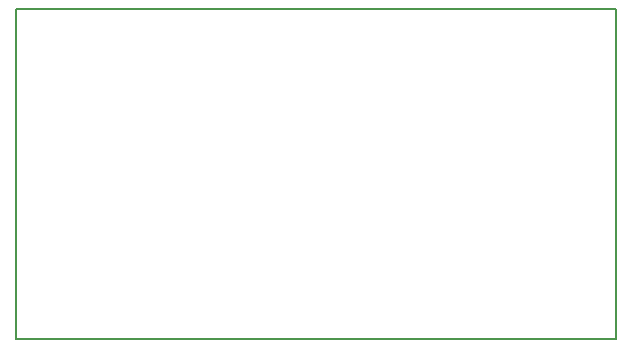
<source format=gbr>
%TF.GenerationSoftware,KiCad,Pcbnew,(7.0.0)*%
%TF.CreationDate,2023-05-29T03:25:23+05:30*%
%TF.ProjectId,sat-pcb,7361742d-7063-4622-9e6b-696361645f70,rev?*%
%TF.SameCoordinates,Original*%
%TF.FileFunction,Other,User*%
%FSLAX46Y46*%
G04 Gerber Fmt 4.6, Leading zero omitted, Abs format (unit mm)*
G04 Created by KiCad (PCBNEW (7.0.0)) date 2023-05-29 03:25:23*
%MOMM*%
%LPD*%
G01*
G04 APERTURE LIST*
%ADD10C,0.150000*%
G04 APERTURE END LIST*
D10*
X114300000Y-66040000D02*
X165100000Y-66040000D01*
X165100000Y-66040000D02*
X165100000Y-93980000D01*
X165100000Y-93980000D02*
X114300000Y-93980000D01*
X114300000Y-93980000D02*
X114300000Y-66040000D01*
M02*

</source>
